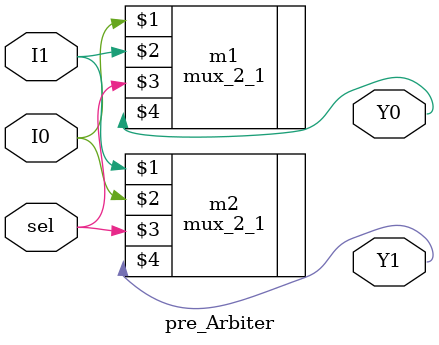
<source format=v>
`timescale 1ns / 1ps



module pre_Arbiter
(
input I0,I1,sel, 
output Y0,Y1
    );
    
mux_2_1 m1(I0,I1,sel,Y0); //Mux 1
mux_2_1 m2(I1,I0,sel,Y1); //Mux 2
   
endmodule

</source>
